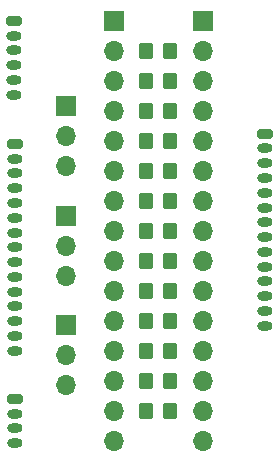
<source format=gbr>
%TF.GenerationSoftware,KiCad,Pcbnew,7.0.1*%
%TF.CreationDate,2023-03-28T23:41:53+09:00*%
%TF.ProjectId,joystick_gpio_input_main_part,6a6f7973-7469-4636-9b5f-6770696f5f69,2*%
%TF.SameCoordinates,PX7863d30PY784b050*%
%TF.FileFunction,Soldermask,Top*%
%TF.FilePolarity,Negative*%
%FSLAX46Y46*%
G04 Gerber Fmt 4.6, Leading zero omitted, Abs format (unit mm)*
G04 Created by KiCad (PCBNEW 7.0.1) date 2023-03-28 23:41:53*
%MOMM*%
%LPD*%
G01*
G04 APERTURE LIST*
G04 Aperture macros list*
%AMRoundRect*
0 Rectangle with rounded corners*
0 $1 Rounding radius*
0 $2 $3 $4 $5 $6 $7 $8 $9 X,Y pos of 4 corners*
0 Add a 4 corners polygon primitive as box body*
4,1,4,$2,$3,$4,$5,$6,$7,$8,$9,$2,$3,0*
0 Add four circle primitives for the rounded corners*
1,1,$1+$1,$2,$3*
1,1,$1+$1,$4,$5*
1,1,$1+$1,$6,$7*
1,1,$1+$1,$8,$9*
0 Add four rect primitives between the rounded corners*
20,1,$1+$1,$2,$3,$4,$5,0*
20,1,$1+$1,$4,$5,$6,$7,0*
20,1,$1+$1,$6,$7,$8,$9,0*
20,1,$1+$1,$8,$9,$2,$3,0*%
G04 Aperture macros list end*
%ADD10RoundRect,0.250000X-0.350000X-0.450000X0.350000X-0.450000X0.350000X0.450000X-0.350000X0.450000X0*%
%ADD11RoundRect,0.200000X-0.450000X0.200000X-0.450000X-0.200000X0.450000X-0.200000X0.450000X0.200000X0*%
%ADD12O,1.300000X0.800000*%
%ADD13R,1.700000X1.700000*%
%ADD14O,1.700000X1.700000*%
G04 APERTURE END LIST*
D10*
%TO.C,R10*%
X14805151Y15163800D03*
X16805151Y15163800D03*
%TD*%
%TO.C,R12*%
X14805151Y10083800D03*
X16805151Y10083800D03*
%TD*%
D11*
%TO.C,J5*%
X24853200Y31016600D03*
D12*
X24853200Y29766600D03*
X24853200Y28516600D03*
X24853200Y27266600D03*
X24853200Y26016600D03*
X24853200Y24766600D03*
X24853200Y23516600D03*
X24853200Y22266600D03*
X24853200Y21016600D03*
X24853200Y19766600D03*
X24853200Y18516600D03*
X24853200Y17266600D03*
X24853200Y16016600D03*
X24853200Y14766600D03*
%TD*%
D10*
%TO.C,R13*%
X14805151Y7543800D03*
X16805151Y7543800D03*
%TD*%
%TO.C,R11*%
X14805151Y12623800D03*
X16805151Y12623800D03*
%TD*%
%TO.C,R4*%
X14805151Y30403800D03*
X16805151Y30403800D03*
%TD*%
%TO.C,R9*%
X14805151Y17703800D03*
X16805151Y17703800D03*
%TD*%
%TO.C,R5*%
X14805151Y27863800D03*
X16805151Y27863800D03*
%TD*%
D13*
%TO.C,JP3*%
X8013000Y14808200D03*
D14*
X8013000Y12268200D03*
X8013000Y9728200D03*
%TD*%
D10*
%TO.C,R2*%
X14805151Y35483800D03*
X16805151Y35483800D03*
%TD*%
D11*
%TO.C,J1*%
X3618800Y40563800D03*
D12*
X3618800Y39313800D03*
X3618800Y38063800D03*
X3618800Y36813800D03*
X3618800Y35563800D03*
X3618800Y34313800D03*
%TD*%
D13*
%TO.C,J12*%
X12026200Y40563800D03*
D14*
X12026200Y38023800D03*
X12026200Y35483800D03*
X12026200Y32943800D03*
X12026200Y30403800D03*
X12026200Y27863800D03*
X12026200Y25323800D03*
X12026200Y22783800D03*
X12026200Y20243800D03*
X12026200Y17703800D03*
X12026200Y15163800D03*
X12026200Y12623800D03*
X12026200Y10083800D03*
X12026200Y7543800D03*
X12026200Y5003800D03*
%TD*%
D10*
%TO.C,R8*%
X14805151Y20243800D03*
X16805151Y20243800D03*
%TD*%
%TO.C,R3*%
X14805151Y32943800D03*
X16805151Y32943800D03*
%TD*%
D11*
%TO.C,J3*%
X3644200Y30149800D03*
D12*
X3644200Y28899800D03*
X3644200Y27649800D03*
X3644200Y26399800D03*
X3644200Y25149800D03*
X3644200Y23899800D03*
X3644200Y22649800D03*
X3644200Y21399800D03*
X3644200Y20149800D03*
X3644200Y18899800D03*
X3644200Y17649800D03*
X3644200Y16399800D03*
X3644200Y15149800D03*
X3644200Y13899800D03*
X3644200Y12649800D03*
%TD*%
D13*
%TO.C,JP1*%
X8013000Y33350200D03*
D14*
X8013000Y30810200D03*
X8013000Y28270200D03*
%TD*%
D13*
%TO.C,J4*%
X19564351Y40563800D03*
D14*
X19564351Y38023800D03*
X19564351Y35483800D03*
X19564351Y32943800D03*
X19564351Y30403800D03*
X19564351Y27863800D03*
X19564351Y25323800D03*
X19564351Y22783800D03*
X19564351Y20243800D03*
X19564351Y17703800D03*
X19564351Y15163800D03*
X19564351Y12623800D03*
X19564351Y10083800D03*
X19564351Y7543800D03*
X19564351Y5003800D03*
%TD*%
D13*
%TO.C,JP2*%
X8013000Y24079200D03*
D14*
X8013000Y21539200D03*
X8013000Y18999200D03*
%TD*%
D11*
%TO.C,J2*%
X3644200Y8559800D03*
D12*
X3644200Y7309800D03*
X3644200Y6059800D03*
X3644200Y4809800D03*
%TD*%
D10*
%TO.C,R7*%
X14805151Y22783800D03*
X16805151Y22783800D03*
%TD*%
%TO.C,R6*%
X14805151Y25323800D03*
X16805151Y25323800D03*
%TD*%
%TO.C,R1*%
X14805151Y38023800D03*
X16805151Y38023800D03*
%TD*%
M02*

</source>
